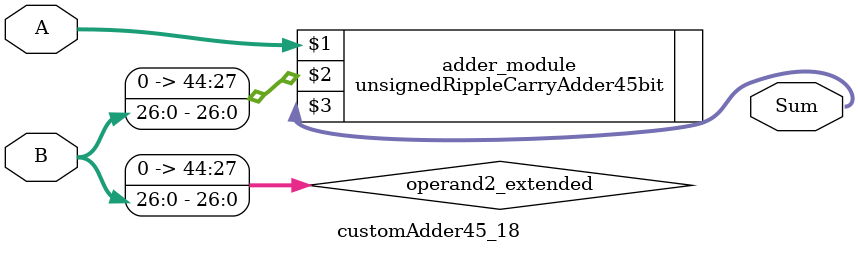
<source format=v>
module customAdder45_18(
                        input [44 : 0] A,
                        input [26 : 0] B,
                        
                        output [45 : 0] Sum
                );

        wire [44 : 0] operand2_extended;
        
        assign operand2_extended =  {18'b0, B};
        
        unsignedRippleCarryAdder45bit adder_module(
            A,
            operand2_extended,
            Sum
        );
        
        endmodule
        
</source>
